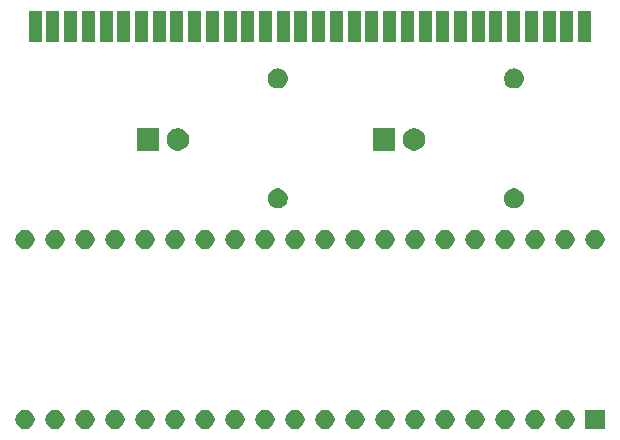
<source format=gbr>
G04 #@! TF.GenerationSoftware,KiCad,Pcbnew,(5.1.2)-2*
G04 #@! TF.CreationDate,2020-01-23T10:25:16+01:00*
G04 #@! TF.ProjectId,JoeyJoebags,4a6f6579-4a6f-4656-9261-67732e6b6963,rev?*
G04 #@! TF.SameCoordinates,Original*
G04 #@! TF.FileFunction,Soldermask,Top*
G04 #@! TF.FilePolarity,Negative*
%FSLAX46Y46*%
G04 Gerber Fmt 4.6, Leading zero omitted, Abs format (unit mm)*
G04 Created by KiCad (PCBNEW (5.1.2)-2) date 2020-01-23 10:25:16*
%MOMM*%
%LPD*%
G04 APERTURE LIST*
%ADD10C,0.100000*%
G04 APERTURE END LIST*
D10*
G36*
X190829800Y-107700800D02*
G01*
X189204200Y-107700800D01*
X189204200Y-106075200D01*
X190829800Y-106075200D01*
X190829800Y-107700800D01*
X190829800Y-107700800D01*
G37*
G36*
X164854085Y-106106435D02*
G01*
X165002004Y-106167705D01*
X165002005Y-106167706D01*
X165135130Y-106256657D01*
X165248343Y-106369870D01*
X165248344Y-106369872D01*
X165337295Y-106502996D01*
X165398565Y-106650915D01*
X165429800Y-106807945D01*
X165429800Y-106968055D01*
X165398565Y-107125085D01*
X165337295Y-107273004D01*
X165337294Y-107273005D01*
X165248343Y-107406130D01*
X165135130Y-107519343D01*
X165068115Y-107564121D01*
X165002004Y-107608295D01*
X164854085Y-107669565D01*
X164697055Y-107700800D01*
X164536945Y-107700800D01*
X164379915Y-107669565D01*
X164231996Y-107608295D01*
X164165885Y-107564121D01*
X164098870Y-107519343D01*
X163985657Y-107406130D01*
X163896706Y-107273005D01*
X163896705Y-107273004D01*
X163835435Y-107125085D01*
X163804200Y-106968055D01*
X163804200Y-106807945D01*
X163835435Y-106650915D01*
X163896705Y-106502996D01*
X163985656Y-106369872D01*
X163985657Y-106369870D01*
X164098870Y-106256657D01*
X164231995Y-106167706D01*
X164231996Y-106167705D01*
X164379915Y-106106435D01*
X164536945Y-106075200D01*
X164697055Y-106075200D01*
X164854085Y-106106435D01*
X164854085Y-106106435D01*
G37*
G36*
X141994085Y-106106435D02*
G01*
X142142004Y-106167705D01*
X142142005Y-106167706D01*
X142275130Y-106256657D01*
X142388343Y-106369870D01*
X142388344Y-106369872D01*
X142477295Y-106502996D01*
X142538565Y-106650915D01*
X142569800Y-106807945D01*
X142569800Y-106968055D01*
X142538565Y-107125085D01*
X142477295Y-107273004D01*
X142477294Y-107273005D01*
X142388343Y-107406130D01*
X142275130Y-107519343D01*
X142208115Y-107564121D01*
X142142004Y-107608295D01*
X141994085Y-107669565D01*
X141837055Y-107700800D01*
X141676945Y-107700800D01*
X141519915Y-107669565D01*
X141371996Y-107608295D01*
X141305885Y-107564121D01*
X141238870Y-107519343D01*
X141125657Y-107406130D01*
X141036706Y-107273005D01*
X141036705Y-107273004D01*
X140975435Y-107125085D01*
X140944200Y-106968055D01*
X140944200Y-106807945D01*
X140975435Y-106650915D01*
X141036705Y-106502996D01*
X141125656Y-106369872D01*
X141125657Y-106369870D01*
X141238870Y-106256657D01*
X141371995Y-106167706D01*
X141371996Y-106167705D01*
X141519915Y-106106435D01*
X141676945Y-106075200D01*
X141837055Y-106075200D01*
X141994085Y-106106435D01*
X141994085Y-106106435D01*
G37*
G36*
X144534085Y-106106435D02*
G01*
X144682004Y-106167705D01*
X144682005Y-106167706D01*
X144815130Y-106256657D01*
X144928343Y-106369870D01*
X144928344Y-106369872D01*
X145017295Y-106502996D01*
X145078565Y-106650915D01*
X145109800Y-106807945D01*
X145109800Y-106968055D01*
X145078565Y-107125085D01*
X145017295Y-107273004D01*
X145017294Y-107273005D01*
X144928343Y-107406130D01*
X144815130Y-107519343D01*
X144748115Y-107564121D01*
X144682004Y-107608295D01*
X144534085Y-107669565D01*
X144377055Y-107700800D01*
X144216945Y-107700800D01*
X144059915Y-107669565D01*
X143911996Y-107608295D01*
X143845885Y-107564121D01*
X143778870Y-107519343D01*
X143665657Y-107406130D01*
X143576706Y-107273005D01*
X143576705Y-107273004D01*
X143515435Y-107125085D01*
X143484200Y-106968055D01*
X143484200Y-106807945D01*
X143515435Y-106650915D01*
X143576705Y-106502996D01*
X143665656Y-106369872D01*
X143665657Y-106369870D01*
X143778870Y-106256657D01*
X143911995Y-106167706D01*
X143911996Y-106167705D01*
X144059915Y-106106435D01*
X144216945Y-106075200D01*
X144377055Y-106075200D01*
X144534085Y-106106435D01*
X144534085Y-106106435D01*
G37*
G36*
X147074085Y-106106435D02*
G01*
X147222004Y-106167705D01*
X147222005Y-106167706D01*
X147355130Y-106256657D01*
X147468343Y-106369870D01*
X147468344Y-106369872D01*
X147557295Y-106502996D01*
X147618565Y-106650915D01*
X147649800Y-106807945D01*
X147649800Y-106968055D01*
X147618565Y-107125085D01*
X147557295Y-107273004D01*
X147557294Y-107273005D01*
X147468343Y-107406130D01*
X147355130Y-107519343D01*
X147288115Y-107564121D01*
X147222004Y-107608295D01*
X147074085Y-107669565D01*
X146917055Y-107700800D01*
X146756945Y-107700800D01*
X146599915Y-107669565D01*
X146451996Y-107608295D01*
X146385885Y-107564121D01*
X146318870Y-107519343D01*
X146205657Y-107406130D01*
X146116706Y-107273005D01*
X146116705Y-107273004D01*
X146055435Y-107125085D01*
X146024200Y-106968055D01*
X146024200Y-106807945D01*
X146055435Y-106650915D01*
X146116705Y-106502996D01*
X146205656Y-106369872D01*
X146205657Y-106369870D01*
X146318870Y-106256657D01*
X146451995Y-106167706D01*
X146451996Y-106167705D01*
X146599915Y-106106435D01*
X146756945Y-106075200D01*
X146917055Y-106075200D01*
X147074085Y-106106435D01*
X147074085Y-106106435D01*
G37*
G36*
X149614085Y-106106435D02*
G01*
X149762004Y-106167705D01*
X149762005Y-106167706D01*
X149895130Y-106256657D01*
X150008343Y-106369870D01*
X150008344Y-106369872D01*
X150097295Y-106502996D01*
X150158565Y-106650915D01*
X150189800Y-106807945D01*
X150189800Y-106968055D01*
X150158565Y-107125085D01*
X150097295Y-107273004D01*
X150097294Y-107273005D01*
X150008343Y-107406130D01*
X149895130Y-107519343D01*
X149828115Y-107564121D01*
X149762004Y-107608295D01*
X149614085Y-107669565D01*
X149457055Y-107700800D01*
X149296945Y-107700800D01*
X149139915Y-107669565D01*
X148991996Y-107608295D01*
X148925885Y-107564121D01*
X148858870Y-107519343D01*
X148745657Y-107406130D01*
X148656706Y-107273005D01*
X148656705Y-107273004D01*
X148595435Y-107125085D01*
X148564200Y-106968055D01*
X148564200Y-106807945D01*
X148595435Y-106650915D01*
X148656705Y-106502996D01*
X148745656Y-106369872D01*
X148745657Y-106369870D01*
X148858870Y-106256657D01*
X148991995Y-106167706D01*
X148991996Y-106167705D01*
X149139915Y-106106435D01*
X149296945Y-106075200D01*
X149457055Y-106075200D01*
X149614085Y-106106435D01*
X149614085Y-106106435D01*
G37*
G36*
X152154085Y-106106435D02*
G01*
X152302004Y-106167705D01*
X152302005Y-106167706D01*
X152435130Y-106256657D01*
X152548343Y-106369870D01*
X152548344Y-106369872D01*
X152637295Y-106502996D01*
X152698565Y-106650915D01*
X152729800Y-106807945D01*
X152729800Y-106968055D01*
X152698565Y-107125085D01*
X152637295Y-107273004D01*
X152637294Y-107273005D01*
X152548343Y-107406130D01*
X152435130Y-107519343D01*
X152368115Y-107564121D01*
X152302004Y-107608295D01*
X152154085Y-107669565D01*
X151997055Y-107700800D01*
X151836945Y-107700800D01*
X151679915Y-107669565D01*
X151531996Y-107608295D01*
X151465885Y-107564121D01*
X151398870Y-107519343D01*
X151285657Y-107406130D01*
X151196706Y-107273005D01*
X151196705Y-107273004D01*
X151135435Y-107125085D01*
X151104200Y-106968055D01*
X151104200Y-106807945D01*
X151135435Y-106650915D01*
X151196705Y-106502996D01*
X151285656Y-106369872D01*
X151285657Y-106369870D01*
X151398870Y-106256657D01*
X151531995Y-106167706D01*
X151531996Y-106167705D01*
X151679915Y-106106435D01*
X151836945Y-106075200D01*
X151997055Y-106075200D01*
X152154085Y-106106435D01*
X152154085Y-106106435D01*
G37*
G36*
X154694085Y-106106435D02*
G01*
X154842004Y-106167705D01*
X154842005Y-106167706D01*
X154975130Y-106256657D01*
X155088343Y-106369870D01*
X155088344Y-106369872D01*
X155177295Y-106502996D01*
X155238565Y-106650915D01*
X155269800Y-106807945D01*
X155269800Y-106968055D01*
X155238565Y-107125085D01*
X155177295Y-107273004D01*
X155177294Y-107273005D01*
X155088343Y-107406130D01*
X154975130Y-107519343D01*
X154908115Y-107564121D01*
X154842004Y-107608295D01*
X154694085Y-107669565D01*
X154537055Y-107700800D01*
X154376945Y-107700800D01*
X154219915Y-107669565D01*
X154071996Y-107608295D01*
X154005885Y-107564121D01*
X153938870Y-107519343D01*
X153825657Y-107406130D01*
X153736706Y-107273005D01*
X153736705Y-107273004D01*
X153675435Y-107125085D01*
X153644200Y-106968055D01*
X153644200Y-106807945D01*
X153675435Y-106650915D01*
X153736705Y-106502996D01*
X153825656Y-106369872D01*
X153825657Y-106369870D01*
X153938870Y-106256657D01*
X154071995Y-106167706D01*
X154071996Y-106167705D01*
X154219915Y-106106435D01*
X154376945Y-106075200D01*
X154537055Y-106075200D01*
X154694085Y-106106435D01*
X154694085Y-106106435D01*
G37*
G36*
X157234085Y-106106435D02*
G01*
X157382004Y-106167705D01*
X157382005Y-106167706D01*
X157515130Y-106256657D01*
X157628343Y-106369870D01*
X157628344Y-106369872D01*
X157717295Y-106502996D01*
X157778565Y-106650915D01*
X157809800Y-106807945D01*
X157809800Y-106968055D01*
X157778565Y-107125085D01*
X157717295Y-107273004D01*
X157717294Y-107273005D01*
X157628343Y-107406130D01*
X157515130Y-107519343D01*
X157448115Y-107564121D01*
X157382004Y-107608295D01*
X157234085Y-107669565D01*
X157077055Y-107700800D01*
X156916945Y-107700800D01*
X156759915Y-107669565D01*
X156611996Y-107608295D01*
X156545885Y-107564121D01*
X156478870Y-107519343D01*
X156365657Y-107406130D01*
X156276706Y-107273005D01*
X156276705Y-107273004D01*
X156215435Y-107125085D01*
X156184200Y-106968055D01*
X156184200Y-106807945D01*
X156215435Y-106650915D01*
X156276705Y-106502996D01*
X156365656Y-106369872D01*
X156365657Y-106369870D01*
X156478870Y-106256657D01*
X156611995Y-106167706D01*
X156611996Y-106167705D01*
X156759915Y-106106435D01*
X156916945Y-106075200D01*
X157077055Y-106075200D01*
X157234085Y-106106435D01*
X157234085Y-106106435D01*
G37*
G36*
X159774085Y-106106435D02*
G01*
X159922004Y-106167705D01*
X159922005Y-106167706D01*
X160055130Y-106256657D01*
X160168343Y-106369870D01*
X160168344Y-106369872D01*
X160257295Y-106502996D01*
X160318565Y-106650915D01*
X160349800Y-106807945D01*
X160349800Y-106968055D01*
X160318565Y-107125085D01*
X160257295Y-107273004D01*
X160257294Y-107273005D01*
X160168343Y-107406130D01*
X160055130Y-107519343D01*
X159988115Y-107564121D01*
X159922004Y-107608295D01*
X159774085Y-107669565D01*
X159617055Y-107700800D01*
X159456945Y-107700800D01*
X159299915Y-107669565D01*
X159151996Y-107608295D01*
X159085885Y-107564121D01*
X159018870Y-107519343D01*
X158905657Y-107406130D01*
X158816706Y-107273005D01*
X158816705Y-107273004D01*
X158755435Y-107125085D01*
X158724200Y-106968055D01*
X158724200Y-106807945D01*
X158755435Y-106650915D01*
X158816705Y-106502996D01*
X158905656Y-106369872D01*
X158905657Y-106369870D01*
X159018870Y-106256657D01*
X159151995Y-106167706D01*
X159151996Y-106167705D01*
X159299915Y-106106435D01*
X159456945Y-106075200D01*
X159617055Y-106075200D01*
X159774085Y-106106435D01*
X159774085Y-106106435D01*
G37*
G36*
X162314085Y-106106435D02*
G01*
X162462004Y-106167705D01*
X162462005Y-106167706D01*
X162595130Y-106256657D01*
X162708343Y-106369870D01*
X162708344Y-106369872D01*
X162797295Y-106502996D01*
X162858565Y-106650915D01*
X162889800Y-106807945D01*
X162889800Y-106968055D01*
X162858565Y-107125085D01*
X162797295Y-107273004D01*
X162797294Y-107273005D01*
X162708343Y-107406130D01*
X162595130Y-107519343D01*
X162528115Y-107564121D01*
X162462004Y-107608295D01*
X162314085Y-107669565D01*
X162157055Y-107700800D01*
X161996945Y-107700800D01*
X161839915Y-107669565D01*
X161691996Y-107608295D01*
X161625885Y-107564121D01*
X161558870Y-107519343D01*
X161445657Y-107406130D01*
X161356706Y-107273005D01*
X161356705Y-107273004D01*
X161295435Y-107125085D01*
X161264200Y-106968055D01*
X161264200Y-106807945D01*
X161295435Y-106650915D01*
X161356705Y-106502996D01*
X161445656Y-106369872D01*
X161445657Y-106369870D01*
X161558870Y-106256657D01*
X161691995Y-106167706D01*
X161691996Y-106167705D01*
X161839915Y-106106435D01*
X161996945Y-106075200D01*
X162157055Y-106075200D01*
X162314085Y-106106435D01*
X162314085Y-106106435D01*
G37*
G36*
X169934085Y-106106435D02*
G01*
X170082004Y-106167705D01*
X170082005Y-106167706D01*
X170215130Y-106256657D01*
X170328343Y-106369870D01*
X170328344Y-106369872D01*
X170417295Y-106502996D01*
X170478565Y-106650915D01*
X170509800Y-106807945D01*
X170509800Y-106968055D01*
X170478565Y-107125085D01*
X170417295Y-107273004D01*
X170417294Y-107273005D01*
X170328343Y-107406130D01*
X170215130Y-107519343D01*
X170148115Y-107564121D01*
X170082004Y-107608295D01*
X169934085Y-107669565D01*
X169777055Y-107700800D01*
X169616945Y-107700800D01*
X169459915Y-107669565D01*
X169311996Y-107608295D01*
X169245885Y-107564121D01*
X169178870Y-107519343D01*
X169065657Y-107406130D01*
X168976706Y-107273005D01*
X168976705Y-107273004D01*
X168915435Y-107125085D01*
X168884200Y-106968055D01*
X168884200Y-106807945D01*
X168915435Y-106650915D01*
X168976705Y-106502996D01*
X169065656Y-106369872D01*
X169065657Y-106369870D01*
X169178870Y-106256657D01*
X169311995Y-106167706D01*
X169311996Y-106167705D01*
X169459915Y-106106435D01*
X169616945Y-106075200D01*
X169777055Y-106075200D01*
X169934085Y-106106435D01*
X169934085Y-106106435D01*
G37*
G36*
X172474085Y-106106435D02*
G01*
X172622004Y-106167705D01*
X172622005Y-106167706D01*
X172755130Y-106256657D01*
X172868343Y-106369870D01*
X172868344Y-106369872D01*
X172957295Y-106502996D01*
X173018565Y-106650915D01*
X173049800Y-106807945D01*
X173049800Y-106968055D01*
X173018565Y-107125085D01*
X172957295Y-107273004D01*
X172957294Y-107273005D01*
X172868343Y-107406130D01*
X172755130Y-107519343D01*
X172688115Y-107564121D01*
X172622004Y-107608295D01*
X172474085Y-107669565D01*
X172317055Y-107700800D01*
X172156945Y-107700800D01*
X171999915Y-107669565D01*
X171851996Y-107608295D01*
X171785885Y-107564121D01*
X171718870Y-107519343D01*
X171605657Y-107406130D01*
X171516706Y-107273005D01*
X171516705Y-107273004D01*
X171455435Y-107125085D01*
X171424200Y-106968055D01*
X171424200Y-106807945D01*
X171455435Y-106650915D01*
X171516705Y-106502996D01*
X171605656Y-106369872D01*
X171605657Y-106369870D01*
X171718870Y-106256657D01*
X171851995Y-106167706D01*
X171851996Y-106167705D01*
X171999915Y-106106435D01*
X172156945Y-106075200D01*
X172317055Y-106075200D01*
X172474085Y-106106435D01*
X172474085Y-106106435D01*
G37*
G36*
X175014085Y-106106435D02*
G01*
X175162004Y-106167705D01*
X175162005Y-106167706D01*
X175295130Y-106256657D01*
X175408343Y-106369870D01*
X175408344Y-106369872D01*
X175497295Y-106502996D01*
X175558565Y-106650915D01*
X175589800Y-106807945D01*
X175589800Y-106968055D01*
X175558565Y-107125085D01*
X175497295Y-107273004D01*
X175497294Y-107273005D01*
X175408343Y-107406130D01*
X175295130Y-107519343D01*
X175228115Y-107564121D01*
X175162004Y-107608295D01*
X175014085Y-107669565D01*
X174857055Y-107700800D01*
X174696945Y-107700800D01*
X174539915Y-107669565D01*
X174391996Y-107608295D01*
X174325885Y-107564121D01*
X174258870Y-107519343D01*
X174145657Y-107406130D01*
X174056706Y-107273005D01*
X174056705Y-107273004D01*
X173995435Y-107125085D01*
X173964200Y-106968055D01*
X173964200Y-106807945D01*
X173995435Y-106650915D01*
X174056705Y-106502996D01*
X174145656Y-106369872D01*
X174145657Y-106369870D01*
X174258870Y-106256657D01*
X174391995Y-106167706D01*
X174391996Y-106167705D01*
X174539915Y-106106435D01*
X174696945Y-106075200D01*
X174857055Y-106075200D01*
X175014085Y-106106435D01*
X175014085Y-106106435D01*
G37*
G36*
X177554085Y-106106435D02*
G01*
X177702004Y-106167705D01*
X177702005Y-106167706D01*
X177835130Y-106256657D01*
X177948343Y-106369870D01*
X177948344Y-106369872D01*
X178037295Y-106502996D01*
X178098565Y-106650915D01*
X178129800Y-106807945D01*
X178129800Y-106968055D01*
X178098565Y-107125085D01*
X178037295Y-107273004D01*
X178037294Y-107273005D01*
X177948343Y-107406130D01*
X177835130Y-107519343D01*
X177768115Y-107564121D01*
X177702004Y-107608295D01*
X177554085Y-107669565D01*
X177397055Y-107700800D01*
X177236945Y-107700800D01*
X177079915Y-107669565D01*
X176931996Y-107608295D01*
X176865885Y-107564121D01*
X176798870Y-107519343D01*
X176685657Y-107406130D01*
X176596706Y-107273005D01*
X176596705Y-107273004D01*
X176535435Y-107125085D01*
X176504200Y-106968055D01*
X176504200Y-106807945D01*
X176535435Y-106650915D01*
X176596705Y-106502996D01*
X176685656Y-106369872D01*
X176685657Y-106369870D01*
X176798870Y-106256657D01*
X176931995Y-106167706D01*
X176931996Y-106167705D01*
X177079915Y-106106435D01*
X177236945Y-106075200D01*
X177397055Y-106075200D01*
X177554085Y-106106435D01*
X177554085Y-106106435D01*
G37*
G36*
X180094085Y-106106435D02*
G01*
X180242004Y-106167705D01*
X180242005Y-106167706D01*
X180375130Y-106256657D01*
X180488343Y-106369870D01*
X180488344Y-106369872D01*
X180577295Y-106502996D01*
X180638565Y-106650915D01*
X180669800Y-106807945D01*
X180669800Y-106968055D01*
X180638565Y-107125085D01*
X180577295Y-107273004D01*
X180577294Y-107273005D01*
X180488343Y-107406130D01*
X180375130Y-107519343D01*
X180308115Y-107564121D01*
X180242004Y-107608295D01*
X180094085Y-107669565D01*
X179937055Y-107700800D01*
X179776945Y-107700800D01*
X179619915Y-107669565D01*
X179471996Y-107608295D01*
X179405885Y-107564121D01*
X179338870Y-107519343D01*
X179225657Y-107406130D01*
X179136706Y-107273005D01*
X179136705Y-107273004D01*
X179075435Y-107125085D01*
X179044200Y-106968055D01*
X179044200Y-106807945D01*
X179075435Y-106650915D01*
X179136705Y-106502996D01*
X179225656Y-106369872D01*
X179225657Y-106369870D01*
X179338870Y-106256657D01*
X179471995Y-106167706D01*
X179471996Y-106167705D01*
X179619915Y-106106435D01*
X179776945Y-106075200D01*
X179937055Y-106075200D01*
X180094085Y-106106435D01*
X180094085Y-106106435D01*
G37*
G36*
X182634085Y-106106435D02*
G01*
X182782004Y-106167705D01*
X182782005Y-106167706D01*
X182915130Y-106256657D01*
X183028343Y-106369870D01*
X183028344Y-106369872D01*
X183117295Y-106502996D01*
X183178565Y-106650915D01*
X183209800Y-106807945D01*
X183209800Y-106968055D01*
X183178565Y-107125085D01*
X183117295Y-107273004D01*
X183117294Y-107273005D01*
X183028343Y-107406130D01*
X182915130Y-107519343D01*
X182848115Y-107564121D01*
X182782004Y-107608295D01*
X182634085Y-107669565D01*
X182477055Y-107700800D01*
X182316945Y-107700800D01*
X182159915Y-107669565D01*
X182011996Y-107608295D01*
X181945885Y-107564121D01*
X181878870Y-107519343D01*
X181765657Y-107406130D01*
X181676706Y-107273005D01*
X181676705Y-107273004D01*
X181615435Y-107125085D01*
X181584200Y-106968055D01*
X181584200Y-106807945D01*
X181615435Y-106650915D01*
X181676705Y-106502996D01*
X181765656Y-106369872D01*
X181765657Y-106369870D01*
X181878870Y-106256657D01*
X182011995Y-106167706D01*
X182011996Y-106167705D01*
X182159915Y-106106435D01*
X182316945Y-106075200D01*
X182477055Y-106075200D01*
X182634085Y-106106435D01*
X182634085Y-106106435D01*
G37*
G36*
X185174085Y-106106435D02*
G01*
X185322004Y-106167705D01*
X185322005Y-106167706D01*
X185455130Y-106256657D01*
X185568343Y-106369870D01*
X185568344Y-106369872D01*
X185657295Y-106502996D01*
X185718565Y-106650915D01*
X185749800Y-106807945D01*
X185749800Y-106968055D01*
X185718565Y-107125085D01*
X185657295Y-107273004D01*
X185657294Y-107273005D01*
X185568343Y-107406130D01*
X185455130Y-107519343D01*
X185388115Y-107564121D01*
X185322004Y-107608295D01*
X185174085Y-107669565D01*
X185017055Y-107700800D01*
X184856945Y-107700800D01*
X184699915Y-107669565D01*
X184551996Y-107608295D01*
X184485885Y-107564121D01*
X184418870Y-107519343D01*
X184305657Y-107406130D01*
X184216706Y-107273005D01*
X184216705Y-107273004D01*
X184155435Y-107125085D01*
X184124200Y-106968055D01*
X184124200Y-106807945D01*
X184155435Y-106650915D01*
X184216705Y-106502996D01*
X184305656Y-106369872D01*
X184305657Y-106369870D01*
X184418870Y-106256657D01*
X184551995Y-106167706D01*
X184551996Y-106167705D01*
X184699915Y-106106435D01*
X184856945Y-106075200D01*
X185017055Y-106075200D01*
X185174085Y-106106435D01*
X185174085Y-106106435D01*
G37*
G36*
X187714085Y-106106435D02*
G01*
X187862004Y-106167705D01*
X187862005Y-106167706D01*
X187995130Y-106256657D01*
X188108343Y-106369870D01*
X188108344Y-106369872D01*
X188197295Y-106502996D01*
X188258565Y-106650915D01*
X188289800Y-106807945D01*
X188289800Y-106968055D01*
X188258565Y-107125085D01*
X188197295Y-107273004D01*
X188197294Y-107273005D01*
X188108343Y-107406130D01*
X187995130Y-107519343D01*
X187928115Y-107564121D01*
X187862004Y-107608295D01*
X187714085Y-107669565D01*
X187557055Y-107700800D01*
X187396945Y-107700800D01*
X187239915Y-107669565D01*
X187091996Y-107608295D01*
X187025885Y-107564121D01*
X186958870Y-107519343D01*
X186845657Y-107406130D01*
X186756706Y-107273005D01*
X186756705Y-107273004D01*
X186695435Y-107125085D01*
X186664200Y-106968055D01*
X186664200Y-106807945D01*
X186695435Y-106650915D01*
X186756705Y-106502996D01*
X186845656Y-106369872D01*
X186845657Y-106369870D01*
X186958870Y-106256657D01*
X187091995Y-106167706D01*
X187091996Y-106167705D01*
X187239915Y-106106435D01*
X187396945Y-106075200D01*
X187557055Y-106075200D01*
X187714085Y-106106435D01*
X187714085Y-106106435D01*
G37*
G36*
X167394085Y-106106435D02*
G01*
X167542004Y-106167705D01*
X167542005Y-106167706D01*
X167675130Y-106256657D01*
X167788343Y-106369870D01*
X167788344Y-106369872D01*
X167877295Y-106502996D01*
X167938565Y-106650915D01*
X167969800Y-106807945D01*
X167969800Y-106968055D01*
X167938565Y-107125085D01*
X167877295Y-107273004D01*
X167877294Y-107273005D01*
X167788343Y-107406130D01*
X167675130Y-107519343D01*
X167608115Y-107564121D01*
X167542004Y-107608295D01*
X167394085Y-107669565D01*
X167237055Y-107700800D01*
X167076945Y-107700800D01*
X166919915Y-107669565D01*
X166771996Y-107608295D01*
X166705885Y-107564121D01*
X166638870Y-107519343D01*
X166525657Y-107406130D01*
X166436706Y-107273005D01*
X166436705Y-107273004D01*
X166375435Y-107125085D01*
X166344200Y-106968055D01*
X166344200Y-106807945D01*
X166375435Y-106650915D01*
X166436705Y-106502996D01*
X166525656Y-106369872D01*
X166525657Y-106369870D01*
X166638870Y-106256657D01*
X166771995Y-106167706D01*
X166771996Y-106167705D01*
X166919915Y-106106435D01*
X167076945Y-106075200D01*
X167237055Y-106075200D01*
X167394085Y-106106435D01*
X167394085Y-106106435D01*
G37*
G36*
X164854085Y-90866435D02*
G01*
X165002004Y-90927705D01*
X165002005Y-90927706D01*
X165135130Y-91016657D01*
X165248343Y-91129870D01*
X165248344Y-91129872D01*
X165337295Y-91262996D01*
X165398565Y-91410915D01*
X165429800Y-91567945D01*
X165429800Y-91728055D01*
X165398565Y-91885085D01*
X165337295Y-92033004D01*
X165337294Y-92033005D01*
X165248343Y-92166130D01*
X165135130Y-92279343D01*
X165068115Y-92324121D01*
X165002004Y-92368295D01*
X164854085Y-92429565D01*
X164697055Y-92460800D01*
X164536945Y-92460800D01*
X164379915Y-92429565D01*
X164231996Y-92368295D01*
X164165885Y-92324121D01*
X164098870Y-92279343D01*
X163985657Y-92166130D01*
X163896706Y-92033005D01*
X163896705Y-92033004D01*
X163835435Y-91885085D01*
X163804200Y-91728055D01*
X163804200Y-91567945D01*
X163835435Y-91410915D01*
X163896705Y-91262996D01*
X163985656Y-91129872D01*
X163985657Y-91129870D01*
X164098870Y-91016657D01*
X164231995Y-90927706D01*
X164231996Y-90927705D01*
X164379915Y-90866435D01*
X164536945Y-90835200D01*
X164697055Y-90835200D01*
X164854085Y-90866435D01*
X164854085Y-90866435D01*
G37*
G36*
X180094085Y-90866435D02*
G01*
X180242004Y-90927705D01*
X180242005Y-90927706D01*
X180375130Y-91016657D01*
X180488343Y-91129870D01*
X180488344Y-91129872D01*
X180577295Y-91262996D01*
X180638565Y-91410915D01*
X180669800Y-91567945D01*
X180669800Y-91728055D01*
X180638565Y-91885085D01*
X180577295Y-92033004D01*
X180577294Y-92033005D01*
X180488343Y-92166130D01*
X180375130Y-92279343D01*
X180308115Y-92324121D01*
X180242004Y-92368295D01*
X180094085Y-92429565D01*
X179937055Y-92460800D01*
X179776945Y-92460800D01*
X179619915Y-92429565D01*
X179471996Y-92368295D01*
X179405885Y-92324121D01*
X179338870Y-92279343D01*
X179225657Y-92166130D01*
X179136706Y-92033005D01*
X179136705Y-92033004D01*
X179075435Y-91885085D01*
X179044200Y-91728055D01*
X179044200Y-91567945D01*
X179075435Y-91410915D01*
X179136705Y-91262996D01*
X179225656Y-91129872D01*
X179225657Y-91129870D01*
X179338870Y-91016657D01*
X179471995Y-90927706D01*
X179471996Y-90927705D01*
X179619915Y-90866435D01*
X179776945Y-90835200D01*
X179937055Y-90835200D01*
X180094085Y-90866435D01*
X180094085Y-90866435D01*
G37*
G36*
X162314085Y-90866435D02*
G01*
X162462004Y-90927705D01*
X162462005Y-90927706D01*
X162595130Y-91016657D01*
X162708343Y-91129870D01*
X162708344Y-91129872D01*
X162797295Y-91262996D01*
X162858565Y-91410915D01*
X162889800Y-91567945D01*
X162889800Y-91728055D01*
X162858565Y-91885085D01*
X162797295Y-92033004D01*
X162797294Y-92033005D01*
X162708343Y-92166130D01*
X162595130Y-92279343D01*
X162528115Y-92324121D01*
X162462004Y-92368295D01*
X162314085Y-92429565D01*
X162157055Y-92460800D01*
X161996945Y-92460800D01*
X161839915Y-92429565D01*
X161691996Y-92368295D01*
X161625885Y-92324121D01*
X161558870Y-92279343D01*
X161445657Y-92166130D01*
X161356706Y-92033005D01*
X161356705Y-92033004D01*
X161295435Y-91885085D01*
X161264200Y-91728055D01*
X161264200Y-91567945D01*
X161295435Y-91410915D01*
X161356705Y-91262996D01*
X161445656Y-91129872D01*
X161445657Y-91129870D01*
X161558870Y-91016657D01*
X161691995Y-90927706D01*
X161691996Y-90927705D01*
X161839915Y-90866435D01*
X161996945Y-90835200D01*
X162157055Y-90835200D01*
X162314085Y-90866435D01*
X162314085Y-90866435D01*
G37*
G36*
X159774085Y-90866435D02*
G01*
X159922004Y-90927705D01*
X159922005Y-90927706D01*
X160055130Y-91016657D01*
X160168343Y-91129870D01*
X160168344Y-91129872D01*
X160257295Y-91262996D01*
X160318565Y-91410915D01*
X160349800Y-91567945D01*
X160349800Y-91728055D01*
X160318565Y-91885085D01*
X160257295Y-92033004D01*
X160257294Y-92033005D01*
X160168343Y-92166130D01*
X160055130Y-92279343D01*
X159988115Y-92324121D01*
X159922004Y-92368295D01*
X159774085Y-92429565D01*
X159617055Y-92460800D01*
X159456945Y-92460800D01*
X159299915Y-92429565D01*
X159151996Y-92368295D01*
X159085885Y-92324121D01*
X159018870Y-92279343D01*
X158905657Y-92166130D01*
X158816706Y-92033005D01*
X158816705Y-92033004D01*
X158755435Y-91885085D01*
X158724200Y-91728055D01*
X158724200Y-91567945D01*
X158755435Y-91410915D01*
X158816705Y-91262996D01*
X158905656Y-91129872D01*
X158905657Y-91129870D01*
X159018870Y-91016657D01*
X159151995Y-90927706D01*
X159151996Y-90927705D01*
X159299915Y-90866435D01*
X159456945Y-90835200D01*
X159617055Y-90835200D01*
X159774085Y-90866435D01*
X159774085Y-90866435D01*
G37*
G36*
X157234085Y-90866435D02*
G01*
X157382004Y-90927705D01*
X157382005Y-90927706D01*
X157515130Y-91016657D01*
X157628343Y-91129870D01*
X157628344Y-91129872D01*
X157717295Y-91262996D01*
X157778565Y-91410915D01*
X157809800Y-91567945D01*
X157809800Y-91728055D01*
X157778565Y-91885085D01*
X157717295Y-92033004D01*
X157717294Y-92033005D01*
X157628343Y-92166130D01*
X157515130Y-92279343D01*
X157448115Y-92324121D01*
X157382004Y-92368295D01*
X157234085Y-92429565D01*
X157077055Y-92460800D01*
X156916945Y-92460800D01*
X156759915Y-92429565D01*
X156611996Y-92368295D01*
X156545885Y-92324121D01*
X156478870Y-92279343D01*
X156365657Y-92166130D01*
X156276706Y-92033005D01*
X156276705Y-92033004D01*
X156215435Y-91885085D01*
X156184200Y-91728055D01*
X156184200Y-91567945D01*
X156215435Y-91410915D01*
X156276705Y-91262996D01*
X156365656Y-91129872D01*
X156365657Y-91129870D01*
X156478870Y-91016657D01*
X156611995Y-90927706D01*
X156611996Y-90927705D01*
X156759915Y-90866435D01*
X156916945Y-90835200D01*
X157077055Y-90835200D01*
X157234085Y-90866435D01*
X157234085Y-90866435D01*
G37*
G36*
X154694085Y-90866435D02*
G01*
X154842004Y-90927705D01*
X154842005Y-90927706D01*
X154975130Y-91016657D01*
X155088343Y-91129870D01*
X155088344Y-91129872D01*
X155177295Y-91262996D01*
X155238565Y-91410915D01*
X155269800Y-91567945D01*
X155269800Y-91728055D01*
X155238565Y-91885085D01*
X155177295Y-92033004D01*
X155177294Y-92033005D01*
X155088343Y-92166130D01*
X154975130Y-92279343D01*
X154908115Y-92324121D01*
X154842004Y-92368295D01*
X154694085Y-92429565D01*
X154537055Y-92460800D01*
X154376945Y-92460800D01*
X154219915Y-92429565D01*
X154071996Y-92368295D01*
X154005885Y-92324121D01*
X153938870Y-92279343D01*
X153825657Y-92166130D01*
X153736706Y-92033005D01*
X153736705Y-92033004D01*
X153675435Y-91885085D01*
X153644200Y-91728055D01*
X153644200Y-91567945D01*
X153675435Y-91410915D01*
X153736705Y-91262996D01*
X153825656Y-91129872D01*
X153825657Y-91129870D01*
X153938870Y-91016657D01*
X154071995Y-90927706D01*
X154071996Y-90927705D01*
X154219915Y-90866435D01*
X154376945Y-90835200D01*
X154537055Y-90835200D01*
X154694085Y-90866435D01*
X154694085Y-90866435D01*
G37*
G36*
X152154085Y-90866435D02*
G01*
X152302004Y-90927705D01*
X152302005Y-90927706D01*
X152435130Y-91016657D01*
X152548343Y-91129870D01*
X152548344Y-91129872D01*
X152637295Y-91262996D01*
X152698565Y-91410915D01*
X152729800Y-91567945D01*
X152729800Y-91728055D01*
X152698565Y-91885085D01*
X152637295Y-92033004D01*
X152637294Y-92033005D01*
X152548343Y-92166130D01*
X152435130Y-92279343D01*
X152368115Y-92324121D01*
X152302004Y-92368295D01*
X152154085Y-92429565D01*
X151997055Y-92460800D01*
X151836945Y-92460800D01*
X151679915Y-92429565D01*
X151531996Y-92368295D01*
X151465885Y-92324121D01*
X151398870Y-92279343D01*
X151285657Y-92166130D01*
X151196706Y-92033005D01*
X151196705Y-92033004D01*
X151135435Y-91885085D01*
X151104200Y-91728055D01*
X151104200Y-91567945D01*
X151135435Y-91410915D01*
X151196705Y-91262996D01*
X151285656Y-91129872D01*
X151285657Y-91129870D01*
X151398870Y-91016657D01*
X151531995Y-90927706D01*
X151531996Y-90927705D01*
X151679915Y-90866435D01*
X151836945Y-90835200D01*
X151997055Y-90835200D01*
X152154085Y-90866435D01*
X152154085Y-90866435D01*
G37*
G36*
X149614085Y-90866435D02*
G01*
X149762004Y-90927705D01*
X149762005Y-90927706D01*
X149895130Y-91016657D01*
X150008343Y-91129870D01*
X150008344Y-91129872D01*
X150097295Y-91262996D01*
X150158565Y-91410915D01*
X150189800Y-91567945D01*
X150189800Y-91728055D01*
X150158565Y-91885085D01*
X150097295Y-92033004D01*
X150097294Y-92033005D01*
X150008343Y-92166130D01*
X149895130Y-92279343D01*
X149828115Y-92324121D01*
X149762004Y-92368295D01*
X149614085Y-92429565D01*
X149457055Y-92460800D01*
X149296945Y-92460800D01*
X149139915Y-92429565D01*
X148991996Y-92368295D01*
X148925885Y-92324121D01*
X148858870Y-92279343D01*
X148745657Y-92166130D01*
X148656706Y-92033005D01*
X148656705Y-92033004D01*
X148595435Y-91885085D01*
X148564200Y-91728055D01*
X148564200Y-91567945D01*
X148595435Y-91410915D01*
X148656705Y-91262996D01*
X148745656Y-91129872D01*
X148745657Y-91129870D01*
X148858870Y-91016657D01*
X148991995Y-90927706D01*
X148991996Y-90927705D01*
X149139915Y-90866435D01*
X149296945Y-90835200D01*
X149457055Y-90835200D01*
X149614085Y-90866435D01*
X149614085Y-90866435D01*
G37*
G36*
X147074085Y-90866435D02*
G01*
X147222004Y-90927705D01*
X147222005Y-90927706D01*
X147355130Y-91016657D01*
X147468343Y-91129870D01*
X147468344Y-91129872D01*
X147557295Y-91262996D01*
X147618565Y-91410915D01*
X147649800Y-91567945D01*
X147649800Y-91728055D01*
X147618565Y-91885085D01*
X147557295Y-92033004D01*
X147557294Y-92033005D01*
X147468343Y-92166130D01*
X147355130Y-92279343D01*
X147288115Y-92324121D01*
X147222004Y-92368295D01*
X147074085Y-92429565D01*
X146917055Y-92460800D01*
X146756945Y-92460800D01*
X146599915Y-92429565D01*
X146451996Y-92368295D01*
X146385885Y-92324121D01*
X146318870Y-92279343D01*
X146205657Y-92166130D01*
X146116706Y-92033005D01*
X146116705Y-92033004D01*
X146055435Y-91885085D01*
X146024200Y-91728055D01*
X146024200Y-91567945D01*
X146055435Y-91410915D01*
X146116705Y-91262996D01*
X146205656Y-91129872D01*
X146205657Y-91129870D01*
X146318870Y-91016657D01*
X146451995Y-90927706D01*
X146451996Y-90927705D01*
X146599915Y-90866435D01*
X146756945Y-90835200D01*
X146917055Y-90835200D01*
X147074085Y-90866435D01*
X147074085Y-90866435D01*
G37*
G36*
X144534085Y-90866435D02*
G01*
X144682004Y-90927705D01*
X144682005Y-90927706D01*
X144815130Y-91016657D01*
X144928343Y-91129870D01*
X144928344Y-91129872D01*
X145017295Y-91262996D01*
X145078565Y-91410915D01*
X145109800Y-91567945D01*
X145109800Y-91728055D01*
X145078565Y-91885085D01*
X145017295Y-92033004D01*
X145017294Y-92033005D01*
X144928343Y-92166130D01*
X144815130Y-92279343D01*
X144748115Y-92324121D01*
X144682004Y-92368295D01*
X144534085Y-92429565D01*
X144377055Y-92460800D01*
X144216945Y-92460800D01*
X144059915Y-92429565D01*
X143911996Y-92368295D01*
X143845885Y-92324121D01*
X143778870Y-92279343D01*
X143665657Y-92166130D01*
X143576706Y-92033005D01*
X143576705Y-92033004D01*
X143515435Y-91885085D01*
X143484200Y-91728055D01*
X143484200Y-91567945D01*
X143515435Y-91410915D01*
X143576705Y-91262996D01*
X143665656Y-91129872D01*
X143665657Y-91129870D01*
X143778870Y-91016657D01*
X143911995Y-90927706D01*
X143911996Y-90927705D01*
X144059915Y-90866435D01*
X144216945Y-90835200D01*
X144377055Y-90835200D01*
X144534085Y-90866435D01*
X144534085Y-90866435D01*
G37*
G36*
X169934085Y-90866435D02*
G01*
X170082004Y-90927705D01*
X170082005Y-90927706D01*
X170215130Y-91016657D01*
X170328343Y-91129870D01*
X170328344Y-91129872D01*
X170417295Y-91262996D01*
X170478565Y-91410915D01*
X170509800Y-91567945D01*
X170509800Y-91728055D01*
X170478565Y-91885085D01*
X170417295Y-92033004D01*
X170417294Y-92033005D01*
X170328343Y-92166130D01*
X170215130Y-92279343D01*
X170148115Y-92324121D01*
X170082004Y-92368295D01*
X169934085Y-92429565D01*
X169777055Y-92460800D01*
X169616945Y-92460800D01*
X169459915Y-92429565D01*
X169311996Y-92368295D01*
X169245885Y-92324121D01*
X169178870Y-92279343D01*
X169065657Y-92166130D01*
X168976706Y-92033005D01*
X168976705Y-92033004D01*
X168915435Y-91885085D01*
X168884200Y-91728055D01*
X168884200Y-91567945D01*
X168915435Y-91410915D01*
X168976705Y-91262996D01*
X169065656Y-91129872D01*
X169065657Y-91129870D01*
X169178870Y-91016657D01*
X169311995Y-90927706D01*
X169311996Y-90927705D01*
X169459915Y-90866435D01*
X169616945Y-90835200D01*
X169777055Y-90835200D01*
X169934085Y-90866435D01*
X169934085Y-90866435D01*
G37*
G36*
X172474085Y-90866435D02*
G01*
X172622004Y-90927705D01*
X172622005Y-90927706D01*
X172755130Y-91016657D01*
X172868343Y-91129870D01*
X172868344Y-91129872D01*
X172957295Y-91262996D01*
X173018565Y-91410915D01*
X173049800Y-91567945D01*
X173049800Y-91728055D01*
X173018565Y-91885085D01*
X172957295Y-92033004D01*
X172957294Y-92033005D01*
X172868343Y-92166130D01*
X172755130Y-92279343D01*
X172688115Y-92324121D01*
X172622004Y-92368295D01*
X172474085Y-92429565D01*
X172317055Y-92460800D01*
X172156945Y-92460800D01*
X171999915Y-92429565D01*
X171851996Y-92368295D01*
X171785885Y-92324121D01*
X171718870Y-92279343D01*
X171605657Y-92166130D01*
X171516706Y-92033005D01*
X171516705Y-92033004D01*
X171455435Y-91885085D01*
X171424200Y-91728055D01*
X171424200Y-91567945D01*
X171455435Y-91410915D01*
X171516705Y-91262996D01*
X171605656Y-91129872D01*
X171605657Y-91129870D01*
X171718870Y-91016657D01*
X171851995Y-90927706D01*
X171851996Y-90927705D01*
X171999915Y-90866435D01*
X172156945Y-90835200D01*
X172317055Y-90835200D01*
X172474085Y-90866435D01*
X172474085Y-90866435D01*
G37*
G36*
X175014085Y-90866435D02*
G01*
X175162004Y-90927705D01*
X175162005Y-90927706D01*
X175295130Y-91016657D01*
X175408343Y-91129870D01*
X175408344Y-91129872D01*
X175497295Y-91262996D01*
X175558565Y-91410915D01*
X175589800Y-91567945D01*
X175589800Y-91728055D01*
X175558565Y-91885085D01*
X175497295Y-92033004D01*
X175497294Y-92033005D01*
X175408343Y-92166130D01*
X175295130Y-92279343D01*
X175228115Y-92324121D01*
X175162004Y-92368295D01*
X175014085Y-92429565D01*
X174857055Y-92460800D01*
X174696945Y-92460800D01*
X174539915Y-92429565D01*
X174391996Y-92368295D01*
X174325885Y-92324121D01*
X174258870Y-92279343D01*
X174145657Y-92166130D01*
X174056706Y-92033005D01*
X174056705Y-92033004D01*
X173995435Y-91885085D01*
X173964200Y-91728055D01*
X173964200Y-91567945D01*
X173995435Y-91410915D01*
X174056705Y-91262996D01*
X174145656Y-91129872D01*
X174145657Y-91129870D01*
X174258870Y-91016657D01*
X174391995Y-90927706D01*
X174391996Y-90927705D01*
X174539915Y-90866435D01*
X174696945Y-90835200D01*
X174857055Y-90835200D01*
X175014085Y-90866435D01*
X175014085Y-90866435D01*
G37*
G36*
X177554085Y-90866435D02*
G01*
X177702004Y-90927705D01*
X177702005Y-90927706D01*
X177835130Y-91016657D01*
X177948343Y-91129870D01*
X177948344Y-91129872D01*
X178037295Y-91262996D01*
X178098565Y-91410915D01*
X178129800Y-91567945D01*
X178129800Y-91728055D01*
X178098565Y-91885085D01*
X178037295Y-92033004D01*
X178037294Y-92033005D01*
X177948343Y-92166130D01*
X177835130Y-92279343D01*
X177768115Y-92324121D01*
X177702004Y-92368295D01*
X177554085Y-92429565D01*
X177397055Y-92460800D01*
X177236945Y-92460800D01*
X177079915Y-92429565D01*
X176931996Y-92368295D01*
X176865885Y-92324121D01*
X176798870Y-92279343D01*
X176685657Y-92166130D01*
X176596706Y-92033005D01*
X176596705Y-92033004D01*
X176535435Y-91885085D01*
X176504200Y-91728055D01*
X176504200Y-91567945D01*
X176535435Y-91410915D01*
X176596705Y-91262996D01*
X176685656Y-91129872D01*
X176685657Y-91129870D01*
X176798870Y-91016657D01*
X176931995Y-90927706D01*
X176931996Y-90927705D01*
X177079915Y-90866435D01*
X177236945Y-90835200D01*
X177397055Y-90835200D01*
X177554085Y-90866435D01*
X177554085Y-90866435D01*
G37*
G36*
X182634085Y-90866435D02*
G01*
X182782004Y-90927705D01*
X182782005Y-90927706D01*
X182915130Y-91016657D01*
X183028343Y-91129870D01*
X183028344Y-91129872D01*
X183117295Y-91262996D01*
X183178565Y-91410915D01*
X183209800Y-91567945D01*
X183209800Y-91728055D01*
X183178565Y-91885085D01*
X183117295Y-92033004D01*
X183117294Y-92033005D01*
X183028343Y-92166130D01*
X182915130Y-92279343D01*
X182848115Y-92324121D01*
X182782004Y-92368295D01*
X182634085Y-92429565D01*
X182477055Y-92460800D01*
X182316945Y-92460800D01*
X182159915Y-92429565D01*
X182011996Y-92368295D01*
X181945885Y-92324121D01*
X181878870Y-92279343D01*
X181765657Y-92166130D01*
X181676706Y-92033005D01*
X181676705Y-92033004D01*
X181615435Y-91885085D01*
X181584200Y-91728055D01*
X181584200Y-91567945D01*
X181615435Y-91410915D01*
X181676705Y-91262996D01*
X181765656Y-91129872D01*
X181765657Y-91129870D01*
X181878870Y-91016657D01*
X182011995Y-90927706D01*
X182011996Y-90927705D01*
X182159915Y-90866435D01*
X182316945Y-90835200D01*
X182477055Y-90835200D01*
X182634085Y-90866435D01*
X182634085Y-90866435D01*
G37*
G36*
X185174085Y-90866435D02*
G01*
X185322004Y-90927705D01*
X185322005Y-90927706D01*
X185455130Y-91016657D01*
X185568343Y-91129870D01*
X185568344Y-91129872D01*
X185657295Y-91262996D01*
X185718565Y-91410915D01*
X185749800Y-91567945D01*
X185749800Y-91728055D01*
X185718565Y-91885085D01*
X185657295Y-92033004D01*
X185657294Y-92033005D01*
X185568343Y-92166130D01*
X185455130Y-92279343D01*
X185388115Y-92324121D01*
X185322004Y-92368295D01*
X185174085Y-92429565D01*
X185017055Y-92460800D01*
X184856945Y-92460800D01*
X184699915Y-92429565D01*
X184551996Y-92368295D01*
X184485885Y-92324121D01*
X184418870Y-92279343D01*
X184305657Y-92166130D01*
X184216706Y-92033005D01*
X184216705Y-92033004D01*
X184155435Y-91885085D01*
X184124200Y-91728055D01*
X184124200Y-91567945D01*
X184155435Y-91410915D01*
X184216705Y-91262996D01*
X184305656Y-91129872D01*
X184305657Y-91129870D01*
X184418870Y-91016657D01*
X184551995Y-90927706D01*
X184551996Y-90927705D01*
X184699915Y-90866435D01*
X184856945Y-90835200D01*
X185017055Y-90835200D01*
X185174085Y-90866435D01*
X185174085Y-90866435D01*
G37*
G36*
X187714085Y-90866435D02*
G01*
X187862004Y-90927705D01*
X187862005Y-90927706D01*
X187995130Y-91016657D01*
X188108343Y-91129870D01*
X188108344Y-91129872D01*
X188197295Y-91262996D01*
X188258565Y-91410915D01*
X188289800Y-91567945D01*
X188289800Y-91728055D01*
X188258565Y-91885085D01*
X188197295Y-92033004D01*
X188197294Y-92033005D01*
X188108343Y-92166130D01*
X187995130Y-92279343D01*
X187928115Y-92324121D01*
X187862004Y-92368295D01*
X187714085Y-92429565D01*
X187557055Y-92460800D01*
X187396945Y-92460800D01*
X187239915Y-92429565D01*
X187091996Y-92368295D01*
X187025885Y-92324121D01*
X186958870Y-92279343D01*
X186845657Y-92166130D01*
X186756706Y-92033005D01*
X186756705Y-92033004D01*
X186695435Y-91885085D01*
X186664200Y-91728055D01*
X186664200Y-91567945D01*
X186695435Y-91410915D01*
X186756705Y-91262996D01*
X186845656Y-91129872D01*
X186845657Y-91129870D01*
X186958870Y-91016657D01*
X187091995Y-90927706D01*
X187091996Y-90927705D01*
X187239915Y-90866435D01*
X187396945Y-90835200D01*
X187557055Y-90835200D01*
X187714085Y-90866435D01*
X187714085Y-90866435D01*
G37*
G36*
X167394085Y-90866435D02*
G01*
X167542004Y-90927705D01*
X167542005Y-90927706D01*
X167675130Y-91016657D01*
X167788343Y-91129870D01*
X167788344Y-91129872D01*
X167877295Y-91262996D01*
X167938565Y-91410915D01*
X167969800Y-91567945D01*
X167969800Y-91728055D01*
X167938565Y-91885085D01*
X167877295Y-92033004D01*
X167877294Y-92033005D01*
X167788343Y-92166130D01*
X167675130Y-92279343D01*
X167608115Y-92324121D01*
X167542004Y-92368295D01*
X167394085Y-92429565D01*
X167237055Y-92460800D01*
X167076945Y-92460800D01*
X166919915Y-92429565D01*
X166771996Y-92368295D01*
X166705885Y-92324121D01*
X166638870Y-92279343D01*
X166525657Y-92166130D01*
X166436706Y-92033005D01*
X166436705Y-92033004D01*
X166375435Y-91885085D01*
X166344200Y-91728055D01*
X166344200Y-91567945D01*
X166375435Y-91410915D01*
X166436705Y-91262996D01*
X166525656Y-91129872D01*
X166525657Y-91129870D01*
X166638870Y-91016657D01*
X166771995Y-90927706D01*
X166771996Y-90927705D01*
X166919915Y-90866435D01*
X167076945Y-90835200D01*
X167237055Y-90835200D01*
X167394085Y-90866435D01*
X167394085Y-90866435D01*
G37*
G36*
X190254085Y-90866435D02*
G01*
X190402004Y-90927705D01*
X190402005Y-90927706D01*
X190535130Y-91016657D01*
X190648343Y-91129870D01*
X190648344Y-91129872D01*
X190737295Y-91262996D01*
X190798565Y-91410915D01*
X190829800Y-91567945D01*
X190829800Y-91728055D01*
X190798565Y-91885085D01*
X190737295Y-92033004D01*
X190737294Y-92033005D01*
X190648343Y-92166130D01*
X190535130Y-92279343D01*
X190468115Y-92324121D01*
X190402004Y-92368295D01*
X190254085Y-92429565D01*
X190097055Y-92460800D01*
X189936945Y-92460800D01*
X189779915Y-92429565D01*
X189631996Y-92368295D01*
X189565885Y-92324121D01*
X189498870Y-92279343D01*
X189385657Y-92166130D01*
X189296706Y-92033005D01*
X189296705Y-92033004D01*
X189235435Y-91885085D01*
X189204200Y-91728055D01*
X189204200Y-91567945D01*
X189235435Y-91410915D01*
X189296705Y-91262996D01*
X189385656Y-91129872D01*
X189385657Y-91129870D01*
X189498870Y-91016657D01*
X189631995Y-90927706D01*
X189631996Y-90927705D01*
X189779915Y-90866435D01*
X189936945Y-90835200D01*
X190097055Y-90835200D01*
X190254085Y-90866435D01*
X190254085Y-90866435D01*
G37*
G36*
X141994085Y-90866435D02*
G01*
X142142004Y-90927705D01*
X142142005Y-90927706D01*
X142275130Y-91016657D01*
X142388343Y-91129870D01*
X142388344Y-91129872D01*
X142477295Y-91262996D01*
X142538565Y-91410915D01*
X142569800Y-91567945D01*
X142569800Y-91728055D01*
X142538565Y-91885085D01*
X142477295Y-92033004D01*
X142477294Y-92033005D01*
X142388343Y-92166130D01*
X142275130Y-92279343D01*
X142208115Y-92324121D01*
X142142004Y-92368295D01*
X141994085Y-92429565D01*
X141837055Y-92460800D01*
X141676945Y-92460800D01*
X141519915Y-92429565D01*
X141371996Y-92368295D01*
X141305885Y-92324121D01*
X141238870Y-92279343D01*
X141125657Y-92166130D01*
X141036706Y-92033005D01*
X141036705Y-92033004D01*
X140975435Y-91885085D01*
X140944200Y-91728055D01*
X140944200Y-91567945D01*
X140975435Y-91410915D01*
X141036705Y-91262996D01*
X141125656Y-91129872D01*
X141125657Y-91129870D01*
X141238870Y-91016657D01*
X141371995Y-90927706D01*
X141371996Y-90927705D01*
X141519915Y-90866435D01*
X141676945Y-90835200D01*
X141837055Y-90835200D01*
X141994085Y-90866435D01*
X141994085Y-90866435D01*
G37*
G36*
X163400169Y-87365595D02*
G01*
X163555005Y-87429731D01*
X163694354Y-87522840D01*
X163812860Y-87641346D01*
X163905969Y-87780695D01*
X163970105Y-87935531D01*
X164002800Y-88099903D01*
X164002800Y-88267497D01*
X163970105Y-88431869D01*
X163905969Y-88586705D01*
X163812860Y-88726054D01*
X163694354Y-88844560D01*
X163555005Y-88937669D01*
X163400169Y-89001805D01*
X163235797Y-89034500D01*
X163068203Y-89034500D01*
X162903831Y-89001805D01*
X162748995Y-88937669D01*
X162609646Y-88844560D01*
X162491140Y-88726054D01*
X162398031Y-88586705D01*
X162333895Y-88431869D01*
X162301200Y-88267497D01*
X162301200Y-88099903D01*
X162333895Y-87935531D01*
X162398031Y-87780695D01*
X162491140Y-87641346D01*
X162609646Y-87522840D01*
X162748995Y-87429731D01*
X162903831Y-87365595D01*
X163068203Y-87332900D01*
X163235797Y-87332900D01*
X163400169Y-87365595D01*
X163400169Y-87365595D01*
G37*
G36*
X183400169Y-87365595D02*
G01*
X183555005Y-87429731D01*
X183694354Y-87522840D01*
X183812860Y-87641346D01*
X183905969Y-87780695D01*
X183970105Y-87935531D01*
X184002800Y-88099903D01*
X184002800Y-88267497D01*
X183970105Y-88431869D01*
X183905969Y-88586705D01*
X183812860Y-88726054D01*
X183694354Y-88844560D01*
X183555005Y-88937669D01*
X183400169Y-89001805D01*
X183235797Y-89034500D01*
X183068203Y-89034500D01*
X182903831Y-89001805D01*
X182748995Y-88937669D01*
X182609646Y-88844560D01*
X182491140Y-88726054D01*
X182398031Y-88586705D01*
X182333895Y-88431869D01*
X182301200Y-88267497D01*
X182301200Y-88099903D01*
X182333895Y-87935531D01*
X182398031Y-87780695D01*
X182491140Y-87641346D01*
X182609646Y-87522840D01*
X182748995Y-87429731D01*
X182903831Y-87365595D01*
X183068203Y-87332900D01*
X183235797Y-87332900D01*
X183400169Y-87365595D01*
X183400169Y-87365595D01*
G37*
G36*
X173102800Y-84134500D02*
G01*
X171201200Y-84134500D01*
X171201200Y-82232900D01*
X173102800Y-82232900D01*
X173102800Y-84134500D01*
X173102800Y-84134500D01*
G37*
G36*
X174969338Y-82269438D02*
G01*
X175142373Y-82341112D01*
X175298100Y-82445165D01*
X175430535Y-82577600D01*
X175534588Y-82733327D01*
X175606262Y-82906362D01*
X175642800Y-83090054D01*
X175642800Y-83277346D01*
X175606262Y-83461038D01*
X175534588Y-83634073D01*
X175430535Y-83789800D01*
X175298100Y-83922235D01*
X175142373Y-84026288D01*
X174969338Y-84097962D01*
X174785646Y-84134500D01*
X174598354Y-84134500D01*
X174414662Y-84097962D01*
X174241627Y-84026288D01*
X174085900Y-83922235D01*
X173953465Y-83789800D01*
X173849412Y-83634073D01*
X173777738Y-83461038D01*
X173741200Y-83277346D01*
X173741200Y-83090054D01*
X173777738Y-82906362D01*
X173849412Y-82733327D01*
X173953465Y-82577600D01*
X174085900Y-82445165D01*
X174241627Y-82341112D01*
X174414662Y-82269438D01*
X174598354Y-82232900D01*
X174785646Y-82232900D01*
X174969338Y-82269438D01*
X174969338Y-82269438D01*
G37*
G36*
X154969338Y-82269438D02*
G01*
X155142373Y-82341112D01*
X155298100Y-82445165D01*
X155430535Y-82577600D01*
X155534588Y-82733327D01*
X155606262Y-82906362D01*
X155642800Y-83090054D01*
X155642800Y-83277346D01*
X155606262Y-83461038D01*
X155534588Y-83634073D01*
X155430535Y-83789800D01*
X155298100Y-83922235D01*
X155142373Y-84026288D01*
X154969338Y-84097962D01*
X154785646Y-84134500D01*
X154598354Y-84134500D01*
X154414662Y-84097962D01*
X154241627Y-84026288D01*
X154085900Y-83922235D01*
X153953465Y-83789800D01*
X153849412Y-83634073D01*
X153777738Y-83461038D01*
X153741200Y-83277346D01*
X153741200Y-83090054D01*
X153777738Y-82906362D01*
X153849412Y-82733327D01*
X153953465Y-82577600D01*
X154085900Y-82445165D01*
X154241627Y-82341112D01*
X154414662Y-82269438D01*
X154598354Y-82232900D01*
X154785646Y-82232900D01*
X154969338Y-82269438D01*
X154969338Y-82269438D01*
G37*
G36*
X153102800Y-84134500D02*
G01*
X151201200Y-84134500D01*
X151201200Y-82232900D01*
X153102800Y-82232900D01*
X153102800Y-84134500D01*
X153102800Y-84134500D01*
G37*
G36*
X183318787Y-77185210D02*
G01*
X183479162Y-77233860D01*
X183626965Y-77312862D01*
X183756517Y-77419183D01*
X183862838Y-77548735D01*
X183941840Y-77696538D01*
X183990490Y-77856913D01*
X184006916Y-78023700D01*
X183990490Y-78190487D01*
X183941840Y-78350862D01*
X183862838Y-78498665D01*
X183756517Y-78628217D01*
X183626965Y-78734538D01*
X183479162Y-78813540D01*
X183318787Y-78862190D01*
X183193794Y-78874500D01*
X183110206Y-78874500D01*
X182985213Y-78862190D01*
X182824838Y-78813540D01*
X182677035Y-78734538D01*
X182547483Y-78628217D01*
X182441162Y-78498665D01*
X182362160Y-78350862D01*
X182313510Y-78190487D01*
X182297084Y-78023700D01*
X182313510Y-77856913D01*
X182362160Y-77696538D01*
X182441162Y-77548735D01*
X182547483Y-77419183D01*
X182677035Y-77312862D01*
X182824838Y-77233860D01*
X182985213Y-77185210D01*
X183110206Y-77172900D01*
X183193794Y-77172900D01*
X183318787Y-77185210D01*
X183318787Y-77185210D01*
G37*
G36*
X163318787Y-77185210D02*
G01*
X163479162Y-77233860D01*
X163626965Y-77312862D01*
X163756517Y-77419183D01*
X163862838Y-77548735D01*
X163941840Y-77696538D01*
X163990490Y-77856913D01*
X164006916Y-78023700D01*
X163990490Y-78190487D01*
X163941840Y-78350862D01*
X163862838Y-78498665D01*
X163756517Y-78628217D01*
X163626965Y-78734538D01*
X163479162Y-78813540D01*
X163318787Y-78862190D01*
X163193794Y-78874500D01*
X163110206Y-78874500D01*
X162985213Y-78862190D01*
X162824838Y-78813540D01*
X162677035Y-78734538D01*
X162547483Y-78628217D01*
X162441162Y-78498665D01*
X162362160Y-78350862D01*
X162313510Y-78190487D01*
X162297084Y-78023700D01*
X162313510Y-77856913D01*
X162362160Y-77696538D01*
X162441162Y-77548735D01*
X162547483Y-77419183D01*
X162677035Y-77312862D01*
X162824838Y-77233860D01*
X162985213Y-77185210D01*
X163110206Y-77172900D01*
X163193794Y-77172900D01*
X163318787Y-77185210D01*
X163318787Y-77185210D01*
G37*
G36*
X179178800Y-74938400D02*
G01*
X178077200Y-74938400D01*
X178077200Y-72336800D01*
X179178800Y-72336800D01*
X179178800Y-74938400D01*
X179178800Y-74938400D01*
G37*
G36*
X177678800Y-74938400D02*
G01*
X176577200Y-74938400D01*
X176577200Y-72336800D01*
X177678800Y-72336800D01*
X177678800Y-74938400D01*
X177678800Y-74938400D01*
G37*
G36*
X150678800Y-74938400D02*
G01*
X149577200Y-74938400D01*
X149577200Y-72336800D01*
X150678800Y-72336800D01*
X150678800Y-74938400D01*
X150678800Y-74938400D01*
G37*
G36*
X149178800Y-74938400D02*
G01*
X148077200Y-74938400D01*
X148077200Y-72336800D01*
X149178800Y-72336800D01*
X149178800Y-74938400D01*
X149178800Y-74938400D01*
G37*
G36*
X147678800Y-74938400D02*
G01*
X146577200Y-74938400D01*
X146577200Y-72336800D01*
X147678800Y-72336800D01*
X147678800Y-74938400D01*
X147678800Y-74938400D01*
G37*
G36*
X146178800Y-74938400D02*
G01*
X145077200Y-74938400D01*
X145077200Y-72336800D01*
X146178800Y-72336800D01*
X146178800Y-74938400D01*
X146178800Y-74938400D01*
G37*
G36*
X144678800Y-74938400D02*
G01*
X143577200Y-74938400D01*
X143577200Y-72336800D01*
X144678800Y-72336800D01*
X144678800Y-74938400D01*
X144678800Y-74938400D01*
G37*
G36*
X164178800Y-74938400D02*
G01*
X163077200Y-74938400D01*
X163077200Y-72336800D01*
X164178800Y-72336800D01*
X164178800Y-74938400D01*
X164178800Y-74938400D01*
G37*
G36*
X143178800Y-74938400D02*
G01*
X142077200Y-74938400D01*
X142077200Y-72336800D01*
X143178800Y-72336800D01*
X143178800Y-74938400D01*
X143178800Y-74938400D01*
G37*
G36*
X189678800Y-74938400D02*
G01*
X188577200Y-74938400D01*
X188577200Y-72336800D01*
X189678800Y-72336800D01*
X189678800Y-74938400D01*
X189678800Y-74938400D01*
G37*
G36*
X188178800Y-74938400D02*
G01*
X187077200Y-74938400D01*
X187077200Y-72336800D01*
X188178800Y-72336800D01*
X188178800Y-74938400D01*
X188178800Y-74938400D01*
G37*
G36*
X186678800Y-74938400D02*
G01*
X185577200Y-74938400D01*
X185577200Y-72336800D01*
X186678800Y-72336800D01*
X186678800Y-74938400D01*
X186678800Y-74938400D01*
G37*
G36*
X185178800Y-74938400D02*
G01*
X184077200Y-74938400D01*
X184077200Y-72336800D01*
X185178800Y-72336800D01*
X185178800Y-74938400D01*
X185178800Y-74938400D01*
G37*
G36*
X183678800Y-74938400D02*
G01*
X182577200Y-74938400D01*
X182577200Y-72336800D01*
X183678800Y-72336800D01*
X183678800Y-74938400D01*
X183678800Y-74938400D01*
G37*
G36*
X182178800Y-74938400D02*
G01*
X181077200Y-74938400D01*
X181077200Y-72336800D01*
X182178800Y-72336800D01*
X182178800Y-74938400D01*
X182178800Y-74938400D01*
G37*
G36*
X180678800Y-74938400D02*
G01*
X179577200Y-74938400D01*
X179577200Y-72336800D01*
X180678800Y-72336800D01*
X180678800Y-74938400D01*
X180678800Y-74938400D01*
G37*
G36*
X176178800Y-74938400D02*
G01*
X175077200Y-74938400D01*
X175077200Y-72336800D01*
X176178800Y-72336800D01*
X176178800Y-74938400D01*
X176178800Y-74938400D01*
G37*
G36*
X174678800Y-74938400D02*
G01*
X173577200Y-74938400D01*
X173577200Y-72336800D01*
X174678800Y-72336800D01*
X174678800Y-74938400D01*
X174678800Y-74938400D01*
G37*
G36*
X173178800Y-74938400D02*
G01*
X172077200Y-74938400D01*
X172077200Y-72336800D01*
X173178800Y-72336800D01*
X173178800Y-74938400D01*
X173178800Y-74938400D01*
G37*
G36*
X171678800Y-74938400D02*
G01*
X170577200Y-74938400D01*
X170577200Y-72336800D01*
X171678800Y-72336800D01*
X171678800Y-74938400D01*
X171678800Y-74938400D01*
G37*
G36*
X170178800Y-74938400D02*
G01*
X169077200Y-74938400D01*
X169077200Y-72336800D01*
X170178800Y-72336800D01*
X170178800Y-74938400D01*
X170178800Y-74938400D01*
G37*
G36*
X168678800Y-74938400D02*
G01*
X167577200Y-74938400D01*
X167577200Y-72336800D01*
X168678800Y-72336800D01*
X168678800Y-74938400D01*
X168678800Y-74938400D01*
G37*
G36*
X167178800Y-74938400D02*
G01*
X166077200Y-74938400D01*
X166077200Y-72336800D01*
X167178800Y-72336800D01*
X167178800Y-74938400D01*
X167178800Y-74938400D01*
G37*
G36*
X165678800Y-74938400D02*
G01*
X164577200Y-74938400D01*
X164577200Y-72336800D01*
X165678800Y-72336800D01*
X165678800Y-74938400D01*
X165678800Y-74938400D01*
G37*
G36*
X162678800Y-74938400D02*
G01*
X161577200Y-74938400D01*
X161577200Y-72336800D01*
X162678800Y-72336800D01*
X162678800Y-74938400D01*
X162678800Y-74938400D01*
G37*
G36*
X161178800Y-74938400D02*
G01*
X160077200Y-74938400D01*
X160077200Y-72336800D01*
X161178800Y-72336800D01*
X161178800Y-74938400D01*
X161178800Y-74938400D01*
G37*
G36*
X159678800Y-74938400D02*
G01*
X158577200Y-74938400D01*
X158577200Y-72336800D01*
X159678800Y-72336800D01*
X159678800Y-74938400D01*
X159678800Y-74938400D01*
G37*
G36*
X158178800Y-74938400D02*
G01*
X157077200Y-74938400D01*
X157077200Y-72336800D01*
X158178800Y-72336800D01*
X158178800Y-74938400D01*
X158178800Y-74938400D01*
G37*
G36*
X156678800Y-74938400D02*
G01*
X155577200Y-74938400D01*
X155577200Y-72336800D01*
X156678800Y-72336800D01*
X156678800Y-74938400D01*
X156678800Y-74938400D01*
G37*
G36*
X155178800Y-74938400D02*
G01*
X154077200Y-74938400D01*
X154077200Y-72336800D01*
X155178800Y-72336800D01*
X155178800Y-74938400D01*
X155178800Y-74938400D01*
G37*
G36*
X152178800Y-74938400D02*
G01*
X151077200Y-74938400D01*
X151077200Y-72336800D01*
X152178800Y-72336800D01*
X152178800Y-74938400D01*
X152178800Y-74938400D01*
G37*
G36*
X153678800Y-74938400D02*
G01*
X152577200Y-74938400D01*
X152577200Y-72336800D01*
X153678800Y-72336800D01*
X153678800Y-74938400D01*
X153678800Y-74938400D01*
G37*
M02*

</source>
